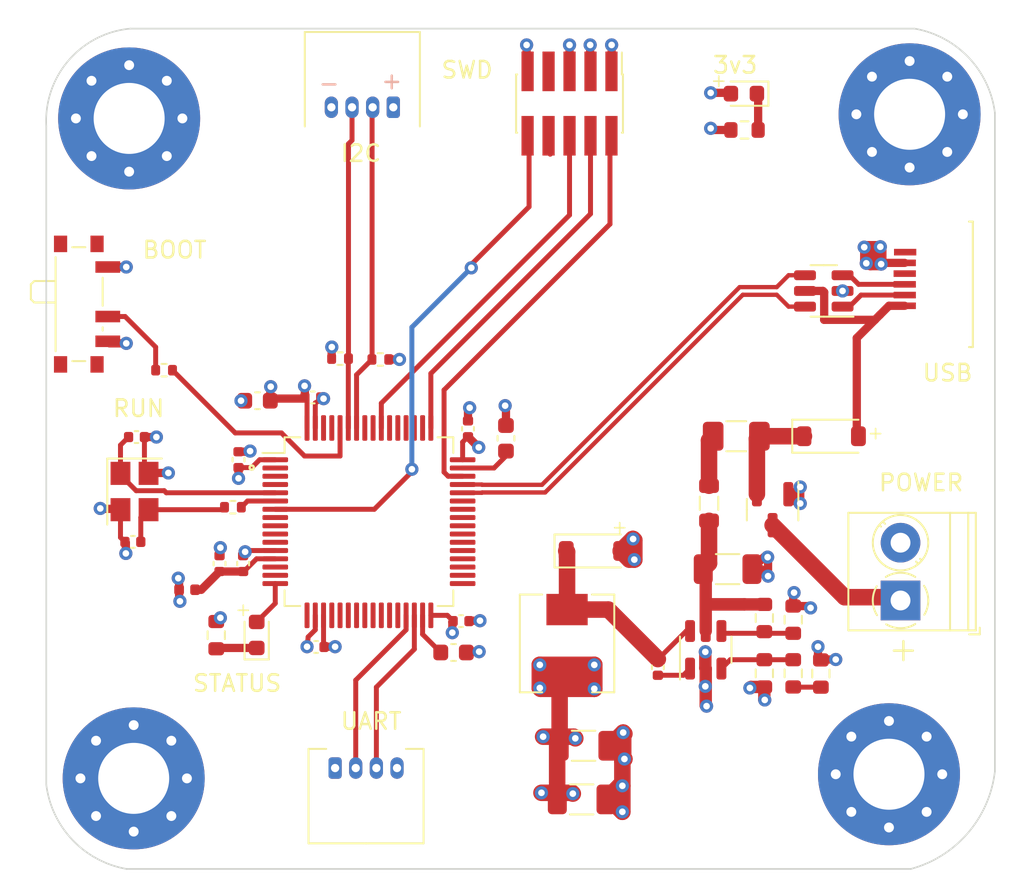
<source format=kicad_pcb>
(kicad_pcb (version 20221018) (generator pcbnew)
  (layers (0 "F.Cu" signal) (1 "In1.Cu" power) (2 "In2.Cu" power) (31 "B.Cu" signal) (34 "B.Paste" user) (35 "F.Paste" user) (36 "B.SilkS" user "B.Silkscreen") (37 "F.SilkS" user "F.Silkscreen") (38 "B.Mask" user) (39 "F.Mask" user) (44 "Edge.Cuts" user))
  (net 0 "")
  (net 1 "Net-(U1-VCAP_1)")
  (net 2 "HSE_IN")
  (net 3 "Net-(U1-VCAP_2)")
  (net 4 "+3.3V")
  (net 5 "+3.3VA")
  (net 6 "Net-(C13-Pad1)")
  (net 7 "BUCK_IN")
  (net 8 "BUCK_BST")
  (net 9 "BUCK_SW")
  (net 10 "Net-(D1-K)")
  (net 11 "LED_STATUS")
  (net 12 "Net-(D3-K)")
  (net 13 "+5V")
  (net 14 "Net-(D4-K)")
  (net 15 "+12V")
  (net 16 "SWDIO")
  (net 17 "SWCLK")
  (net 18 "SWO")
  (net 20 "unconnected-(J2-Pin_8-Pad8)")
  (net 21 "NRST")
  (net 22 "USART3_TX")
  (net 23 "USART3_RX")
  (net 24 "I2C1_SCL")
  (net 25 "I2C1_SDA")
  (net 26 "USB_CONN_D-")
  (net 27 "USB_CONN_D+")
  (net 30 "BOOTO")
  (net 31 "Net-(SW1-B)")
  (net 32 "HSE_OUT")
  (net 33 "BUCK_EN")
  (net 34 "BUCK_FB")
  (net 35 "Net-(R7-Pad2)")
  (net 39 "GND")
  (net 67 "USB_D-")
  (net 68 "USB_D+")
  (net 77 "Net-(F1-Pad2)")
  (footprint "Capacitor_SMD:C_0402_1005Metric" (layer "F.Cu") (at 57.35 125.17 90)
    (fp_text reference "C4")
    (fp_text value "100n")
  )
  (footprint "Resistor_SMD:R_0402_1005Metric" (layer "F.Cu") (at 52.84 119.75 180)
    (fp_text reference "R1")
    (fp_text value "10k")
  )
  (footprint "Capacitor_SMD:C_0603_1608Metric" (layer "F.Cu") (at 73.55 123.875 90)
    (fp_text reference "C2")
    (fp_text value "2u2")
  )
  (footprint "Resistor_SMD:R_0603_1608Metric" (layer "F.Cu") (at 89.2 138.1125 90)
    (fp_text reference "R6")
    (fp_text value "47K")
  )
  (footprint "Connector_Molex:Molex_PicoBlade_53048-0410_1x04_P1.25mm_Horizontal" (layer "F.Cu") (at 66.725 103.825 180)
    (fp_text reference "J4")
    (fp_text value "Conn_01x04")
  )
  (footprint "MountingHole:MountingHole_4.3mm_M4_Pad_Via" (layer "F.Cu") (at 98 104.25)
    (fp_text reference "H1")
    (fp_text value "MountingHole_Pad")
  )
  (footprint "Capacitor_SMD:C_0402_1005Metric" (layer "F.Cu") (at 56.2 131.465 90)
    (fp_text reference "C10")
    (fp_text value "1u")
  )
  (footprint "Inductor_SMD:L_Sunlord_MWSA0518S" (layer "F.Cu") (at 77.25 136.3 -90)
    (fp_text reference "L2")
    (fp_text value "10U")
  )
  (footprint "Capacitor_SMD:C_0603_1608Metric" (layer "F.Cu") (at 70.375 136.85)
    (fp_text reference "C1")
    (fp_text value "2u2")
  )
  (footprint "Inductor_SMD:L_0805_2012Metric" (layer "F.Cu") (at 85.85 127.8125 -90)
    (fp_text reference "FB1")
    (fp_text value "600 @600MHz")
  )
  (footprint "LED_SMD:LED_0603_1608Metric" (layer "F.Cu") (at 58.45 135.7875 90)
    (fp_text reference "D1")
    (fp_text value "BLUE")
  )
  (footprint "Package_TO_SOT_SMD:SOT-23-6" (layer "F.Cu") (at 92.8 114.95 180)
    (fp_text reference "U3")
    (fp_text value "USBLC6-2SC6")
  )
  (footprint "Resistor_SMD:R_0402_1005Metric" (layer "F.Cu") (at 63.5 119.05)
    (fp_text reference "R10")
    (fp_text value "2k2")
  )
  (footprint "MountingHole:MountingHole_4.3mm_M4_Pad_Via" (layer "F.Cu") (at 96.75 144.225)
    (fp_text reference "H3")
    (fp_text value "MountingHole_Pad")
  )
  (footprint "Capacitor_SMD:C_0402_1005Metric" (layer "F.Cu") (at 71.25 123.3 90)
    (fp_text reference "C7")
    (fp_text value "100n")
  )
  (footprint "Resistor_SMD:R_0603_1608Metric" (layer "F.Cu") (at 88 105.2)
    (fp_text reference "R11")
    (fp_text value "1k")
  )
  (footprint "LED_SMD:LED_0603_1608Metric" (layer "F.Cu") (at 87.9625 103 180)
    (fp_text reference "D4")
    (fp_text value "RED")
  )
  (footprint "TerminalBlock_Phoenix:TerminalBlock_Phoenix_PT-1,5-2-3.5-H_1x02_P3.50mm_Horizontal" (layer "F.Cu") (at 97.45 133.7 90)
    (fp_text reference "J1")
    (fp_text value "Screw_Terminal_01x02")
  )
  (footprint "Library:AMPHENOL_10118193-0001LF (1)" (layer "F.Cu") (at 100.3795 114.55 90)
    (fp_text reference "J5")
    (fp_text value "USB_B_Micro")
  )
  (footprint "Capacitor_SMD:C_0402_1005Metric" (layer "F.Cu") (at 62.05 136.515 180)
    (fp_text reference "C5")
    (fp_text value "100n")
  )
  (footprint "Connector_Molex:Molex_PicoBlade_53048-0410_1x04_P1.25mm_Horizontal" (layer "F.Cu") (at 63.2 143.85)
    (fp_text reference "J3")
    (fp_text value "Conn_01x04")
  )
  (footprint "MountingHole:MountingHole_4.3mm_M4_Pad_Via" (layer "F.Cu") (at 51 144.475)
    (fp_text reference "H2")
    (fp_text value "MountingHole_Pad")
  )
  (footprint "Capacitor_SMD:C_1206_3216Metric" (layer "F.Cu") (at 78.25 142.5)
    (fp_text reference "C16")
    (fp_text value "10u")
  )
  (footprint "Capacitor_SMD:C_1206_3216Metric" (layer "F.Cu") (at 78.135 145.75)
    (fp_text reference "C17")
    (fp_text value "10u")
  )
  (footprint "Diode_SMD:D_SOD-123" (layer "F.Cu") (at 93.25 123.75)
    (fp_text reference "D3")
    (fp_text value "	B5819W")
  )
  (footprint "Resistor_SMD:R_0603_1608Metric" (layer "F.Cu") (at 90.95 138.1125 -90)
    (fp_text reference "R7")
    (fp_text value "15K")
  )
  (footprint "Capacitor_SMD:C_0603_1608Metric" (layer "F.Cu") (at 58.5 121.6 180)
    (fp_text reference "C3")
    (fp_text value "4u7")
  )
  (footprint "Capacitor_SMD:C_0402_1005Metric" (layer "F.Cu") (at 70.83 134.95)
    (fp_text reference "C6")
    (fp_text value "100n")
  )
  (footprint "Diode_SMD:D_SOD-123" (layer "F.Cu") (at 78.85 130.7)
    (fp_text reference "D2")
    (fp_text value "	B5819W")
  )
  (footprint "Capacitor_SMD:C_1206_3216Metric" (layer "F.Cu") (at 86.975 131.8)
    (fp_text reference "C9")
    (fp_text value "10u")
  )
  (footprint "Resistor_SMD:R_0603_1608Metric" (layer "F.Cu") (at 89.2 134.7625 -90)
    (fp_text reference "R4")
    (fp_text value "100k")
  )
  (footprint "Resistor_SMD:R_0402_1005Metric" (layer "F.Cu") (at 57.01 128.05 180)
    (fp_text reference "R2")
    (fp_text value "47")
  )
  (footprint "Resistor_SMD:R_0603_1608Metric" (layer "F.Cu") (at 90.95 134.8625 90)
    (fp_text reference "R5")
    (fp_text value "68k")
  )
  (footprint "Package_QFP:LQFP-64_10x10mm_P0.5mm" (layer "F.Cu") (at 65.25 128.925)
    (fp_text reference "U1")
    (fp_text value "STM32F405RGT6")
  )
  (footprint "Capacitor_SMD:C_0402_1005Metric" (layer "F.Cu") (at 51.17 123.8)
    (fp_text reference "C12")
    (fp_text value "12P")
  )
  (footprint "Package_TO_SOT_SMD:SOT-23" (layer "F.Cu") (at 89.7 128.2 -90)
    (fp_text reference "Q1")
    (fp_text value "AO3401A")
  )
  (footprint "Capacitor_SMD:C_0402_1005Metric" (layer "F.Cu") (at 82.75 137.75 90)
    (fp_text reference "C15")
    (fp_text value "10n")
  )
  (footprint "Resistor_SMD:R_0603_1608Metric" (layer "F.Cu") (at 92.625 138.125 90)
    (fp_text reference "R8")
    (fp_text value "270K")
  )
  (footprint "Package_TO_SOT_SMD:SOT-23-6" (layer "F.Cu") (at 85.65 136.6875 90)
    (fp_text reference "U2")
    (fp_text value "~")
  )
  (footprint "Crystal:Crystal_SMD_3225-4Pin_3.2x2.5mm" (layer "F.Cu") (at 51.05 127.1 -90)
    (fp_text reference "Y1")
    (fp_text value "16MHZ")
  )
  (footprint "Capacitor_SMD:C_0402_1005Metric" (layer "F.Cu") (at 50.95 130.15 180)
    (fp_text reference "C13")
    (fp_text value "12P")
  )
  (footprint "Resistor_SMD:R_0603_1608Metric" (layer "F.Cu") (at 56 135.8 -90)
    (fp_text reference "R3")
    (fp_text value "1k5")
  )
  (footprint "Connector_PinHeader_1.27mm:PinHeader_2x05_P1.27mm_Vertical_SMD" (layer "F.Cu") (at 77.4 103.6 -90)
    (fp_text reference "J2")
    (fp_text value "SWD")
  )
  (footprint "MountingHole:MountingHole_4.3mm_M4_Pad_Via" (layer "F.Cu") (at 50.725 104.5)
    (fp_text reference "H4")
    (fp_text value "MountingHole_Pad")
  )
  (footprint "Button_Switch_SMD:SW_SPDT_PCM12" (layer "F.Cu") (at 48 115.75 -90)
    (fp_text reference "SW1")
    (fp_text value "SW_SPDT")
  )
  (footprint "Inductor_SMD:L_0402_1005Metric" (layer "F.Cu") (at 54.235 133.05)
    (fp_text reference "L1")
    (fp_text value "39n")
  )
  (footprint "Fuse:Fuse_1206_3216Metric" (layer "F.Cu") (at 87.5 123.75 180)
    (fp_text reference "F1")
    (fp_text value "250mA")
  )
  (footprint "Capacitor_SMD:C_0402_1005Metric" (layer "F.Cu") (at 61.85 121.4)
    (fp_text reference "C8")
    (fp_text value "100n")
  )
  (footprint "Resistor_SMD:R_0402_1005Metric" (layer "F.Cu") (at 65.94 119.1 180)
    (fp_text reference "R9")
    (fp_text value "2k2")
  )
  (footprint "Capacitor_SMD:C_0402_1005Metric" (layer "F.Cu") (at 57.63 131.465 90)
    (fp_text reference "C11")
    (fp_text value "10n")
  )
  (gr_circle (center 58.15 125.65) (end 58.1 125.65) (stroke (width 0.15)) (fill none) (layer "F.SilkS"))
  (gr_line (start 98.071466 149.962016) (end 50.573466 149.962016) (stroke (width 0.1)) (layer "Edge.Cuts"))
  (gr_line (start 45.705567 144.855504) (end 45.705567 104.977504) (stroke (width 0.1)) (layer "Edge.Cuts"))
  (gr_line (start 50.8 99.06) (end 98.298 99.06) (stroke (width 0.1)) (layer "Edge.Cuts"))
  (gr_arc (start 103.165899 144.044513) (mid 101.529084 147.787038) (end 98.071466 149.962016) (stroke (width 0.1)) (layer "Edge.Cuts"))
  (gr_arc (start 50.573466 149.962016) (mid 47.297466 148.211464) (end 45.705567 144.855504) (stroke (width 0.1)) (layer "Edge.Cuts"))
  (gr_arc (start 45.706637 104.977441) (mid 47.055342 100.987577) (end 50.8 99.06) (stroke (width 0.1)) (layer "Edge.Cuts"))
  (gr_arc (start 98.298 99.060001) (mid 101.574 100.810553) (end 103.165899 104.166513) (stroke (width 0.1)) (layer "Edge.Cuts"))
  (gr_line (start 103.165899 104.166513) (end 103.165899 144.044513) (stroke (width 0.1)) (layer "Edge.Cuts"))
  (gr_text "+\n" (at 67.35 102.8) (layer "B.SilkS") (effects (font (size 1 1)) (justify left bottom mirror)))
  (gr_text "-\n" (at 63.55 102.95) (layer "B.SilkS") (effects (font (size 1 1)) (justify left bottom mirror)))
  (gr_text "+" (at 96.5 124) (layer "F.SilkS") (effects (font (size 0.8 0.8) (thickness 0.1)) (justify left bottom mirror)))
  (gr_text "RUN\n" (at 49.65 122.65) (layer "F.SilkS") (effects (font (size 1 1)) (justify left bottom)))
  (gr_text "+" (at 81 129.7) (layer "F.SilkS") (effects (font (size 0.8 0.8) (thickness 0.1)) (justify left bottom mirror)))
  (gr_text "UART\n" (at 63.45 141.6) (layer "F.SilkS") (effects (font (size 1 1)) (justify left bottom)))
  (gr_text "+" (at 58.2 134.7) (layer "F.SilkS") (effects (font (size 0.8 0.8) (thickness 0.1)) (justify left bottom mirror)))
  (gr_text "BOOT\n" (at 51.45 113.05) (layer "F.SilkS") (effects (font (size 1 1)) (justify left bottom)))
  (gr_text "+" (at 87 102.65) (layer "F.SilkS") (effects (font (size 0.8 0.8) (thickness 0.1)) (justify left bottom mirror)))
  (gr_text "STATUS\n" (at 54.5 139.3) (layer "F.SilkS") (effects (font (size 1 1)) (justify left bottom)))
  (gr_text "3v3\n" (at 86 101.85) (layer "F.SilkS") (effects (font (size 1 1)) (justify left bottom)))
  (gr_text "I2C\n" (at 63.45 107.2) (layer "F.SilkS") (effects (font (size 1 1)) (justify left bottom)))
  (gr_text "+" (at 98.65 137.5) (layer "F.SilkS") (effects (font (size 1.5 1.5)) (justify left bottom mirror)))
  (gr_text "POWER\n" (at 96.05 127.15) (layer "F.SilkS") (effects (font (size 1 1)) (justify left bottom)))
  (gr_text "USB\n" (at 98.7 120.5) (layer "F.SilkS") (effects (font (size 1 1)) (justify left bottom)))
  (gr_text "SWD\n" (at 69.55 102.15) (layer "F.SilkS") (effects (font (size 1 1)) (justify left bottom)))
  (segment (start 68.5 134.6) (end 68.5 135.75) (width 0.3) (layer "F.Cu") (net 1))
  (segment (start 68.5 135.75) (end 69.6 136.85) (width 0.3) (layer "F.Cu") (net 1))
  (segment (start 50.2 126) (end 50.2 124.29) (width 0.3) (layer "F.Cu") (net 2))
  (segment (start 59.575 127.175) (end 52.975 127.175) (width 0.3) (layer "F.Cu") (net 2))
  (segment (start 52.85 127.05) (end 51.15 127.05) (width 0.3) (layer "F.Cu") (net 2))
  (segment (start 50.2 124.29) (end 50.69 123.8) (width 0.3) (layer "F.Cu") (net 2))
  (segment (start 52.975 127.175) (end 52.85 127.05) (width 0.3) (layer "F.Cu") (net 2))
  (segment (start 51.15 127.05) (end 50.2 126.1) (width 0.3) (layer "F.Cu") (net 2))
  (segment (start 50.2 126.1) (end 50.2 126) (width 0.3) (layer "F.Cu") (net 2))
  (segment (start 72.825 125.675) (end 73.55 124.95) (width 0.3) (layer "F.Cu") (net 3))
  (segment (start 72.825 125.675) (end 70.925 125.675) (width 0.3) (layer "F.Cu") (net 3))
  (segment (start 73.55 124.95) (end 73.55 124.65) (width 0.3) (layer "F.Cu") (net 3))
  (segment (start 89.2 139.7) (end 89.225 139.725) (width 0.75) (layer "F.Cu") (net 4))
  (segment (start 70 134.6) (end 69 134.6) (width 0.3) (layer "F.Cu") (net 4))
  (segment (start 76.25 138.35) (end 75.6 139) (width 1) (layer "F.Cu") (net 4))
  (segment (start 77.25 138.2) (end 77.25 138.35) (width 1) (layer "F.Cu") (net 4))
  (segment (start 57.35 125.65) (end 58.152965 125.65) (width 0.3) (layer "F.Cu") (net 4))
  (segment (start 70.3 135) (end 70.35 134.95) (width 0.5) (layer "F.Cu") (net 4))
  (segment (start 77.25 138.35) (end 76.25 138.35) (width 1) (layer "F.Cu") (net 4))
  (segment (start 77.25 138.35) (end 78.2 138.35) (width 1) (layer "F.Cu") (net 4))
  (segment (start 75.6 137.6) (end 75.6 139) (width 1) (layer "F.Cu") (net 4))
  (segment (start 76.35 138.35) (end 75.6 137.6) (width 1) (layer "F.Cu") (net 4))
  (segment (start 62.5 134.6) (end 62.5 136.485) (width 0.3) (layer "F.Cu") (net 4))
  (segment (start 78.2 138.35) (end 78.9 139.05) (width 1) (layer "F.Cu") (net 4))
  (segment (start 61.5 123.25) (end 61.5 121.53) (width 0.3) (layer "F.Cu") (net 4))
  (segment (start 62.99 119.05) (end 62.99 118.36) (width 0.5) (layer "F.Cu") (net 4))
  (segment (start 76.65 145.74) (end 76.65 142.35) (width 1) (layer "F.Cu") (net 4))
  (segment (start 87.125 102.95) (end 87.175 103) (width 0.5) (layer "F.Cu") (net 4))
  (segment (start 85.95 102.95) (end 87.125 102.95) (width 0.5) (layer "F.Cu") (net 4))
  (segment (start 70.925 124.105) (end 71.25 123.78) (width 0.3) (layer "F.Cu") (net 4))
  (segment (start 77.25 138.35) (end 76.8 138.8) (width 1) (layer "F.Cu") (net 4))
  (segment (start 49.43 113.5) (end 50.55 113.5) (width 0.5) (layer "F.Cu") (net 4))
  (segment (start 53.75 133.7) (end 53.8 133.75) (width 0.5) (layer "F.Cu") (net 4))
  (segment (start 77.25 138.35) (end 76.35 138.35) (width 1) (layer "F.Cu") (net 4))
  (segment (start 66.45 119.1) (end 67.1 119.1) (width 0.5) (layer "F.Cu") (net 4))
  (segment (start 76.65 142.35) (end 76.66 142.34) (width 1) (layer "F.Cu") (net 4))
  (segment (start 53.75 133.05) (end 53.75 132.4) (width 0.5) (layer "F.Cu") (net 4))
  (segment (start 70.925 125.175) (end 70.925 124.105) (width 0.3) (layer "F.Cu") (net 4))
  (segment (start 77.65 141.95) (end 75.8 141.95) (width 1) (layer "F.Cu") (net 4))
  (segment (start 89.2 138.9375) (end 88.3875 138.9375) (width 0.75) (layer "F.Cu") (net 4))
  (segment (start 78.9 137.6) (end 78.9 139.05) (width 1) (layer "F.Cu") (net 4))
  (segment (start 62.99 118.36) (end 63 118.35) (width 0.5) (layer "F.Cu") (net 4))
  (segment (start 75.65 139.05) (end 75.6 139) (width 1) (layer "F.Cu") (net 4))
  (segment (start 88.3875 138.9375) (end 88.325 139) (width 0.75) (layer "F.Cu") (net 4))
  (segment (start 71.9 124.425) (end 71.895 124.425) (width 0.5) (layer "F.Cu") (net 4))
  (segment (start 79.95 101.64) (end 79.94 101.65) (width 0.5) (layer "F.Cu") (net 4))
  (segment (start 78.15 138.35) (end 78.9 137.6) (width 1) (layer "F.Cu") (net 4))
  (segment (start 77.75 142.05) (end 77.65 141.95) (width 1) (layer "F.Cu") (net 4))
  (segment (start 59.55 121.47) (end 61.3 121.47) (width 0.5) (layer "F.Cu") (net 4))
  (segment (start 71.895 124.425) (end 71.25 123.78) (width 0.5) (layer "F.Cu") (net 4))
  (segment (start 77.25 138.35) (end 78.15 138.35) (width 1) (layer "F.Cu") (net 4))
  (segment (start 59.275 121.6) (end 59.275 120.775) (width 0.5) (layer "F.Cu") (net 4))
  (segment (start 77.25 138.35) (end 76.95 137.9) (width 1) (layer "F.Cu") (net 4))
  (segment (start 62.545 136.5) (end 62.53 136.515) (width 0.5) (layer "F.Cu") (net 4))
  (segment (start 78.9 139.05) (end 75.65 139.05) (width 1) (layer "F.Cu") (net 4))
  (segment (start 76.95 137.9) (end 77.25 138.2) (width 1) (layer "F.Cu") (net 4))
  (segment (start 63.2 136.5) (end 62.545 136.5) (width 0.5) (layer "F.Cu") (net 4))
  (segment (start 70.35 134.95) (end 70 134.6) (width 0.3) (layer "F.Cu") (net 4))
  (segment (start 79.95 100.05) (end 79.95 101.64) (width 0.5) (layer "F.Cu") (net 4))
  (segment (start 77.55 145.35) (end 77.6 145.4) (width 1) (layer "F.Cu") (net 4))
  (segment (start 58.152965 125.65) (end 58.627965 125.175) (width 0.3) (layer "F.Cu") (net 4))
  (segment (start 61.5 121.53) (end 61.37 121.4) (width 0.3) (layer "F.Cu") (net 4))
  (segment (start 59.275 120.775) (end 59.3 120.75) (width 0.5) (layer "F.Cu") (net 4))
  (segment (start 53.75 132.4) (end 53.7 132.35) (width 0.5) (layer "F.Cu") (net 4))
  (segment (start 57.35 126.3) (end 57.35 125.65) (width 0.5) (layer "F.Cu") (net 4))
  (segment (start 89.2 138.9375) (end 89.2 139.7) (width 0.75) (layer "F.Cu") (net 4))
  (segment (start 58.627965 125.175) (end 59.575 125.175) (width 0.3) (layer "F.Cu") (net 4))
  (segment (start 53.75 133.05) (end 53.75 133.7) (width 0.5) (layer "F.Cu") (net 4))
  (segment (start 76.8 138.8) (end 76.8 142.475) (width 1) (layer "F.Cu") (net 4))
  (segment (start 61.37 121.4) (end 61.37 120.72) (width 0.5) (layer "F.Cu") (net 4))
  (segment (start 76.66 145.75) (end 76.65 145.74) (width 1) (layer "F.Cu") (net 4))
  (segment (start 57.35 125.65) (end 57.392965 125.65) (width 0.3) (layer "F.Cu") (net 4))
  (segment (start 75.6 137.6) (end 78.9 137.6) (width 1) (layer "F.Cu") (net 4))
  (segment (start 61.37 120.72) (end 61.35 120.7) (width 0.5) (layer "F.Cu") (net 4))
  (segment (start 76.8 142.475) (end 76.775 142.5) (width 1) (layer "F.Cu") (net 4))
  (segment (start 75.7 145.35) (end 77.55 145.35) (width 1) (layer "F.Cu") (net 4))
  (segment (start 70.3 135.65) (end 70.3 135) (width 0.5) (layer "F.Cu") (net 4))
  (via (at 53.8 133.75) (size 0.8) (drill 0.4) (layers "F.Cu" "B.Cu") (net 4))
  (via (at 59.3 120.75) (size 0.8) (drill 0.4) (layers "F.Cu" "B.Cu") (net 4))
  (via (at 78.9 137.6) (size 0.8) (drill 0.4) (layers "F.Cu" "B.Cu") (net 4))
  (via (at 61.35 120.7) (size 0.8) (drill 0.4) (layers "F.Cu" "B.Cu") (net 4))
  (via (at 63 118.35) (size 0.8) (drill 0.4) (layers "F.Cu" "B.Cu") (net 4))
  (via (at 71.9 124.425) (size 0.8) (drill 0.4) (layers "F.Cu" "B.Cu") (net 4))
  (via (at 57.35 126.3) (size 0.8) (drill 0.4) (layers "F.Cu" "B.Cu") (net 4))
  (via (at 50.55 113.5) (size 0.8) (drill 0.4) (layers "F.Cu" "B.Cu") (net 4))
  (via (at 77.6 145.4) (size 0.8) (drill 0.4) (layers "F.Cu" "B.Cu") (net 4))
  (via (at 75.7 145.35) (size 0.8) (drill 0.4) (layers "F.Cu" "B.Cu") (net 4))
  (via (at 88.325 139) (size 0.8) (drill 0.4) (layers "F.Cu" "B.Cu") (net 4))
  (via (at 53.7 132.35) (size 0.8) (drill 0.4) (layers "F.Cu" "B.Cu") (net 4))
  (via (at 75.6 137.6) (size 0.8) (drill 0.4) (layers "F.Cu" "B.Cu") (net 4))
  (via (at 79.95 100.05) (size 0.8) (drill 0.4) (layers "F.Cu" "B.Cu") (net 4))
  (via (at 85.95 102.95) (size 0.8) (drill 0.4) (layers "F.Cu" "B.Cu") (net 4))
  (via (at 77.75 142.05) (size 0.8) (drill 0.4) (layers "F.Cu" "B.Cu") (net 4))
  (via (at 89.225 139.725) (size 0.8) (drill 0.4) (layers "F.Cu" "B.Cu") (net 4))
  (via (at 63.2 136.5) (size 0.8) (drill 0.4) (layers "F.Cu" "B.Cu") (net 4))
  (via (at 75.8 141.95) (size 0.8) (drill 0.4) (layers "F.Cu" "B.Cu") (net 4))
  (via (at 78.9 139.05) (size 0.8) (drill 0.4) (layers "F.Cu" "B.Cu") (net 4))
  (via (at 70.3 135.65) (size 0.8) (drill 0.4) (layers "F.Cu" "B.Cu") (net 4))
  (via (at 75.6 139) (size 0.8) (drill 0.4) (layers "F.Cu" "B.Cu") (net 4))
  (via (at 67.1 119.1) (size 0.8) (drill 0.4) (layers "F.Cu" "B.Cu") (net 4))
  (segment (start 58.442965 131.175) (end 57.672965 131.945) (width 0.3) (layer "F.Cu") (net 5))
  (segment (start 54.72 133.05) (end 55.095 133.05) (width 0.5) (layer "F.Cu") (net 5))
  (segment (start 59.575 131.175) (end 58.442965 131.175) (width 0.3) (layer "F.Cu") (net 5))
  (segment (start 57.672965 131.945) (end 57.63 131.945) (width 0.3) (layer "F.Cu") (net 5))
  (segment (start 55.095 133.05) (end 56.2 131.945) (width 0.5) (layer "F.Cu") (net 5))
  (segment (start 56.2 131.945) (end 57.63 131.945) (width 0.5) (layer "F.Cu") (net 5))
  (segment (start 51.43 128.67) (end 51.9 128.2) (width 0.3) (layer "F.Cu") (net 6))
  (segment (start 56.5 128.05) (end 56.35 128.2) (width 0.3) (layer "F.Cu") (net 6))
  (segment (start 56.35 128.2) (end 51.9 128.2) (width 0.3) (layer "F.Cu") (net 6))
  (segment (start 51.43 130.15) (end 51.43 128.67) (width 0.3) (layer "F.Cu") (net 6))
  (segment (start 88 133.9375) (end 85.7125 133.9375) (width 0.75) (layer "F.Cu") (net 7))
  (segment (start 88 133.9375) (end 85.9375 133.9375) (width 0.75) (layer "F.Cu") (net 7))
  (segment (start 85.65 131.95) (end 85.65 135.55) (width 0.75) (layer "F.Cu") (net 7))
  (segment (start 85.85 128.875) (end 85.85 131.45) (width 1) (layer "F.Cu") (net 7))
  (segment (start 89.2 133.9375) (end 88 133.9375) (width 0.75) (layer "F.Cu") (net 7))
  (segment (start 85.85 131.45) (end 85.5 131.8) (width 1) (layer "F.Cu") (net 7))
  (segment (start 84.295 138.23) (end 82.75 138.23) (width 0.3) (layer "F.Cu") (net 8))
  (segment (start 84.7 137.825) (end 84.295 138.23) (width 0.3) (layer "F.Cu") (net 8))
  (segment (start 84.7 135.55) (end 84.47 135.55) (width 0.3) (layer "F.Cu") (net 9))
  (segment (start 77.25 134.25) (end 77.25 130.75) (width 1) (layer "F.Cu") (net 9))
  (segment (start 77.25 130.75) (end 77.2 130.7) (width 1) (layer "F.Cu") (net 9))
  (segment (start 77.25 134.25) (end 79.75 134.25) (width 1) (layer "F.Cu") (net 9))
  (segment (start 84.47 135.55) (end 82.75 137.27) (width 0.3) (layer "F.Cu") (net 9))
  (segment (start 79.75 134.25) (end 82.75 137.25) (width 1) (layer "F.Cu") (net 9))
  (segment (start 56.05 136.575) (end 56 136.625) (width 0.5) (layer "F.Cu") (net 10))
  (segment (start 58.45 136.575) (end 56.05 136.575) (width 0.5) (layer "F.Cu") (net 10))
  (segment (start 59.575 133.875) (end 58.45 135) (width 0.3) (layer "F.Cu") (net 11))
  (segment (start 59.575 132.675) (end 59.575 133.875) (width 0.3) (layer "F.Cu") (net 11))
  (segment (start 88.9 123.75) (end 91.6 123.75) (width 1) (layer "F.Cu") (net 12))
  (segment (start 88.75 123.9) (end 88.9 123.75) (width 1) (layer "F.Cu") (net 12))
  (segment (start 88.75 127.2625) (end 88.75 123.9) (width 1) (layer "F.Cu") (net 12))
  (segment (start 96.75 115.85) (end 96.2 116.4) (width 0.5) (layer "F.Cu") (net 13))
  (segment (start 95.9 116.7) (end 94.8 117.8) (width 0.5) (layer "F.Cu") (net 13))
  (segment (start 94.8 117.8) (end 94.8 123.65) (width 0.5) (layer "F.Cu") (net 13))
  (segment (start 94.8 123.65) (end 94.9 123.75) (width 0.5) (layer "F.Cu") (net 13))
  (segment (start 92.75 114.95) (end 91.6625 114.95) (width 0.5) (layer "F.Cu") (net 13))
  (segment (start 95.9 116.7) (end 92.825 116.7) (width 0.5) (layer "F.Cu") (net 13))
  (segment (start 97.7045 115.85) (end 96.75 115.85) (width 0.5) (layer "F.Cu") (net 13))
  (segment (start 92.825 116.7) (end 92.825 115.025) (width 0.5) (layer "F.Cu") (net 13))
  (segment (start 96.2 116.4) (end 95.9 116.7) (width 0.5) (layer "F.Cu") (net 13))
  (segment (start 92.825 115.025) (end 92.75 114.95) (width 0.5) (layer "F.Cu") (net 13))
  (segment (start 88.825 105.2) (end 88.825 103.075) (width 0.5) (layer "F.Cu") (net 14))
  (segment (start 88.825 103.075) (end 88.75 103) (width 0.5) (layer "F.Cu") (net 14))
  (segment (start 97.5 133.5) (end 94.0625 133.5) (width 1) (layer "F.Cu") (net 15))
  (segment (start 94.0625 133.5) (end 89.7 129.1375) (width 1) (layer "F.Cu") (net 15))
  (segment (start 79.85 110.9) (end 79.85 105.64) (width 0.3) (layer "F.Cu") (net 16))
  (segment (start 69.8 125.926041) (end 69.8 120.95) (width 0.3) (layer "F.Cu") (net 16))
  (segment (start 69.8 120.95) (end 79.85 110.9) (width 0.3) (layer "F.Cu") (net 16))
  (segment (start 70.048959 126.175) (end 69.8 125.926041) (width 0.3) (layer "F.Cu") (net 16))
  (segment (start 79.85 105.64) (end 79.94 105.55) (width 0.3) (layer "F.Cu") (net 16))
  (segment (start 70.925 126.175) (end 70.048959 126.175) (width 0.3) (layer "F.Cu") (net 16))
  (segment (start 69 119.95) (end 78.67 110.28) (width 0.3) (layer "F.Cu") (net 17))
  (segment (start 69 123.25) (end 69 119.95) (width 0.3) (layer "F.Cu") (net 17))
  (segment (start 78.67 110.28) (end 78.67 105.55) (width 0.3) (layer "F.Cu") (net 17))
  (segment (start 66 121.75) (end 77.4 110.35) (width 0.3) (layer "F.Cu") (net 18))
  (segment (start 77.4 106.55) (end 77.4 105.55) (width 0.3) (layer "F.Cu") (net 18))
  (segment (start 77.4 110.35) (end 77.4 105.55) (width 0.3) (layer "F.Cu") (net 18))
  (segment (start 66 123.25) (end 66 121.75) (width 0.3) (layer "F.Cu") (net 18))
  (segment (start 76.23 106.67) (end 76.23 105.05) (width 0.3) (layer "F.Cu") (net 20))
  (segment (start 74.95 106.75) (end 74.95 109.85) (width 0.3) (layer "F.Cu") (net 21))
  (segment (start 67.85 125.9) (end 67.85 125.75) (width 0.3) (layer "F.Cu") (net 21))
  (segment (start 74.95 109.85) (end 71.45 113.35) (width 0.3) (layer "F.Cu") (net 21))
  (segment (start 68 125.75) (end 65.575 128.175) (width 0.3) (layer "F.Cu") (net 21))
  (segment (start 67.85 125.75) (end 68 125.75) (width 0.3) (layer "F.Cu") (net 21))
  (segment (start 67.9 125.85) (end 67.85 125.9) (width 0.3) (layer "F.Cu") (net 21))
  (segment (start 71.45 113.35) (end 71.45 113.55) (width 0.3) (layer "F.Cu") (net 21))
  (segment (start 74.720023 105.289977) (end 74.96 105.05) (width 0.3) (layer "F.Cu") (net 21))
  (segment (start 65.575 128.175) (end 59.575 128.175) (width 0.3) (layer "F.Cu") (net 21))
  (via (at 67.85 125.75) (size 0.8) (drill 0.4) (layers "F.Cu" "B.Cu") (net 21))
  (via (at 71.45 113.55) (size 0.8) (drill 0.4) (layers "F.Cu" "B.Cu") (net 21))
  (segment (start 67.85 117.15) (end 71.45 113.55) (width 0.3) (layer "B.Cu") (net 21))
  (segment (start 67.85 125.75) (end 67.85 117.15) (width 0.3) (layer "B.Cu") (net 21))
  (segment (start 67.5 135.476041) (end 64.45 138.526041) (width 0.3) (layer "F.Cu") (net 22))
  (segment (start 67.5 134.6) (end 67.5 135.476041) (width 0.3) (layer "F.Cu") (net 22))
  (segment (start 64.45 143.4) (end 64.5 143.4) (width 0.3) (layer "F.Cu") (net 22))
  (segment (start 64.45 138.526041) (end 64.45 143.4) (width 0.3) (layer "F.Cu") (net 22))
  (segment (start 68 134.6) (end 68 136.65) (width 0.3) (layer "F.Cu") (net 23))
  (segment (start 68 136.65) (end 65.7 138.95) (width 0.3) (layer "F.Cu") (net 23))
  (segment (start 65.7 138.95) (end 65.7 143.4) (width 0.3) (layer "F.Cu") (net 23))
  (segment (start 65.475 103.825) (end 65.44 103.86) (width 0.3) (layer "F.Cu") (net 24))
  (segment (start 64.5 123.25) (end 64.5 120.03) (width 0.3) (layer "F.Cu") (net 24))
  (segment (start 64.5 120.03) (end 65.43 119.1) (width 0.3) (layer "F.Cu") (net 24))
  (segment (start 65.44 119.09) (end 65.43 119.1) (width 0.3) (layer "F.Cu") (net 24))
  (segment (start 65.44 103.86) (end 65.44 119.09) (width 0.3) (layer "F.Cu") (net 24))
  (segment (start 64.225 105.825) (end 64.01 106.04) (width 0.3) (layer "F.Cu") (net 25))
  (segment (start 64.01 106.04) (end 64.01 119.05) (width 0.3) (layer "F.Cu") (net 25))
  (segment (start 64.225 103.825) (end 64.225 105.825) (width 0.3) (layer "F.Cu") (net 25))
  (segment (start 64 123.25) (end 64 119.06) (width 0.3) (layer "F.Cu") (net 25))
  (segment (start 64 119.06) (end 64.01 119.05) (width 0.3) (layer "F.Cu") (net 25))
  (segment (start 97.7045 115.2) (end 95.057107 115.2) (width 0.3) (layer "F.Cu") (net 26))
  (segment (start 95.057107 115.2) (end 94.357107 115.9) (width 0.3) (layer "F.Cu") (net 26))
  (segment (start 97.657156 115.182156) (end 97.675 115.2) (width 0.261112) (layer "F.Cu") (net 26))
  (segment (start 94.357107 115.9) (end 93.9375 115.9) (width 0.3) (layer "F.Cu") (net 26))
  (segment (start 94.907107 114.55) (end 94.357107 114) (width 0.3) (layer "F.Cu") (net 27))
  (segment (start 94.357107 114) (end 93.9375 114) (width 0.3) (layer "F.Cu") (net 27))
  (segment (start 97.7045 114.55) (end 94.907107 114.55) (width 0.3) (layer "F.Cu") (net 27))
  (segment (start 61.35 124.95) (end 59.95 123.55) (width 0.3) (layer "F.Cu") (net 30))
  (segment (start 57.15 123.55) (end 53.35 119.75) (width 0.3) (layer "F.Cu") (net 30))
  (segment (start 63.5 124.95) (end 61.35 124.95) (width 0.3) (layer "F.Cu") (net 30))
  (segment (start 59.95 123.55) (end 57.15 123.55) (width 0.3) (layer "F.Cu") (net 30))
  (segment (start 63.5 123.25) (end 63.5 124.95) (width 0.3) (layer "F.Cu") (net 30))
  (segment (start 49.43 116.5) (end 50.48 116.5) (width 0.3) (layer "F.Cu") (net 31))
  (segment (start 52.33 118.35) (end 52.33 119.75) (width 0.3) (layer "F.Cu") (net 31))
  (segment (start 50.48 116.5) (end 52.33 118.35) (width 0.3) (layer "F.Cu") (net 31))
  (segment (start 57.895 127.675) (end 57.52 128.05) (width 0.3) (layer "F.Cu") (net 32))
  (segment (start 59.575 127.675) (end 57.895 127.675) (width 0.3) (layer "F.Cu") (net 32))
  (segment (start 86.7375 135.6875) (end 86.6 135.55) (width 0.3) (layer "F.Cu") (net 33))
  (segment (start 90.95 135.6875) (end 86.7375 135.6875) (width 0.3) (layer "F.Cu") (net 33))
  (segment (start 90.95 137.2875) (end 89.2 137.2875) (width 0.3) (layer "F.Cu") (net 34))
  (segment (start 89.2 137.2875) (end 87.1375 137.2875) (width 0.3) (layer "F.Cu") (net 34))
  (segment (start 87.1375 137.2875) (end 86.6 137.825) (width 0.3) (layer "F.Cu") (net 34))
  (segment (start 90.9625 138.95) (end 90.95 138.9375) (width 0.3) (layer "F.Cu") (net 35))
  (segment (start 92.625 138.95) (end 90.9625 138.95) (width 0.3) (layer "F.Cu") (net 35))
  (segment (start 80.435 144.925) (end 79.61 145.75) (width 1) (layer "F.Cu") (net 39))
  (segment (start 95.375 113.275) (end 95.375 113.125) (width 0.75) (layer "F.Cu") (net 39))
  (segment (start 57.865 130.75) (end 57.75 130.75) (width 0.3) (layer "F.Cu") (net 39))
  (segment (start 74.8 101.59) (end 74.86 101.65) (width 0.5) (layer "F.Cu") (net 39))
  (segment (start 95.375 113.275) (end 95.475 113.175) (width 0.75) (layer "F.Cu") (net 39))
  (segment (start 95.375 113.275) (end 95.375 112.425) (width 0.75) (layer "F.Cu") (net 39))
  (segment (start 89.4 131.075) (end 89.175 131.075) (width 0.5) (layer "F.Cu") (net 39))
  (segment (start 91.8875 134.0375) (end 92 134.15) (width 0.5) (layer "F.Cu") (net 39))
  (segment (start 78.65 101.63) (end 78.67 101.65) (width 0.5) (layer "F.Cu") (net 39))
  (segment (start 89.425 131.1) (end 89.4 131.075) (width 0.5) (layer "F.Cu") (net 39))
  (segment (start 96.35 113.25) (end 96.275 113.325) (width 0.5) (layer "F.Cu") (net 39))
  (segment (start 59.575 130.675) (end 57.94 130.675) (width 0.3) (layer "F.Cu") (net 39))
  (segment (start 96.225 113.275) (end 96.275 113.325) (width 0.75) (layer "F.Cu") (net 39))
  (segment (start 95.625 113.325) (end 96.275 113.325) (width 0.75) (layer "F.Cu") (net 39))
  (segment (start 79.925 142.5) (end 80.725 143.3) (width 1) (layer "F.Cu") (net 39))
  (segment (start 53.1 125.975) (end 52.125 125.975) (width 0.5) (layer "F.Cu") (net 39))
  (segment (start 51.95 126.05) (end 51.9 126) (width 0.5) (layer "F.Cu") (net 39))
  (segment (start 96.225 112.275) (end 96.225 113.275) (width 0.75) (layer "F.Cu") (net 39))
  (segment (start 50.525 130.85) (end 50.525 130.205) (width 0.5) (layer "F.Cu") (net 39))
  (segment (start 80.6 143.425) (end 80.725 143.3) (width 1) (layer "F.Cu") (net 39))
  (segment (start 71.2 136.8) (end 71.15 136.85) (width 0.5) (layer "F.Cu") (net 39))
  (segment (start 71.925 136.8) (end 71.2 136.8) (width 0.5) (layer "F.Cu") (net 39))
  (segment (start 73.55 123.1) (end 73.55 121.95) (width 0.5) (layer "F.Cu") (net 39))
  (segment (start 57.75 130.865) (end 57.63 130.985) (width 0.5) (layer "F.Cu") (net 39))
  (segment (start 95.475 113.175) (end 95.625 113.325) (width 0.75) (layer "F.Cu") (net 39))
  (segment (start 85.65 137.825) (end 85.65 140.05) (width 0.75) (layer "F.Cu") (net 39))
  (segment (start 80.6 143.4) (end 80.65 143.35) (width 1) (layer "F.Cu") (net 39))
  (segment (start 51.65 125.75) (end 51.9 126) (width 0.3) (layer "F.Cu") (net 39))
  (segment (start 91.375 127.825) (end 91.375 126.825) (width 0.5) (layer "F.Cu") (net 39))
  (segment (start 92.65 137.275) (end 92.625 137.3) (width 0.5) (layer "F.Cu") (net 39))
  (segment (start 57.35 124.69) (end 58.01 124.69) (width 0.5) (layer "F.Cu") (net 39))
  (segment (start 93.525 137.275) (end 92.65 137.275) (width 0.5) (layer "F.Cu") (net 39))
  (segment (start 50.2 128.2) (end 50.2 129.88) (width 0.3) (layer "F.Cu") (net 39))
  (segment (start 90.95 134.0375) (end 91.8875 134.0375) (width 0.5) (layer "F.Cu") (net 39))
  (segment (start 49.2 128.15) (end 50.15 128.15) (width 0.5) (layer "F.Cu") (net 39))
  (segment (start 61.5 136.5) (end 61.57 135.906041) (width 0.3) (layer "F.Cu") (net 39))
  (segment (start 90.65 127.2625) (end 90.9375 127.2625) (width 0.5) (layer "F.Cu") (net 39))
  (segment (start 85.625 137.8) (end 85.625 136.7875) (width 0.75) (layer "F.Cu") (net 39))
  (segment (start 51.65 123.8) (end 52.375 123.8) (width 0.5) (layer "F.Cu") (net 39))
  (segment (start 89.425 132.225) (end 89.425 131.1) (width 0.5) (layer "F.Cu") (net 39))
  (segment (start 50.525 130.205) (end 50.47 130.15) (width 0.5) (layer "F.Cu") (net 39))
  (segment (start 97.7045 113.25) (end 96.35 113.25) (width 0.5) (layer "F.Cu") (net 39))
  (segment (start 96.2 112.3) (end 96.225 112.275) (width 0.75) (layer "F.Cu") (net 39))
  (segment (start 81.325 131.225) (end 81.025 131.225) (width 1) (layer "F.Cu") (net 39))
  (segment (start 62 121.73) (end 62.5 121.475) (width 0.3) (layer "F.Cu") (net 39))
  (segment (start 57.94 130.675) (end 57.865 130.75) (width 0.3) (layer "F.Cu") (net 39))
  (segment (start 71.975 134.925) (end 71.335 134.925) (width 0.5) (layer "F.Cu") (net 39))
  (segment (start 81.325 131.225) (end 81.325 130.05) (width 1) (layer "F.Cu") (net 39))
  (segment (start 81.25 129.975) (end 81.225 129.975) (width 1) (layer "F.Cu") (net 39))
  (segment (start 80.6 144.925) (end 80.6 143.425) (width 1) (layer "F.Cu") (net 39))
  (segment (start 71.335 134.925) (end 71.31 134.95) (width 0.5) (layer "F.Cu") (net 39))
  (segment (start 80.65 141.7) (end 80.725 141.775) (width 1) (layer "F.Cu") (net 39))
  (segment (start 85.95 105.1) (end 86.05 105.2) (width 0.5) (layer "F.Cu") (net 39))
  (segment (start 74.8 100.05) (end 74.8 101.59) (width 0.5) (layer "F.Cu") (net 39))
  (segment (start 92.45 137.125) (end 92.625 137.3) (width 0.5) (layer "F.Cu") (net 39))
  (segment (start 73.55 121.95) (end 73.5 121.9) (width 0.5) (layer "F.Cu") (net 39))
  (segment (start 91.2125 127.825) (end 90.65 127.2625) (width 0.5) (layer "F.Cu") (net 39))
  (segment (start 79.61 145.75) (end 79.85 145.75) (width 1) (layer "F.Cu") (net 39))
  (segment (start 79.85 142.5) (end 80.65 141.7) (width 1) (layer "F.Cu") (net 39))
  (segment (start 79.85 145.75) (end 80.6 146.5) (width 1) (layer "F.Cu") (net 39))
  (segment (start 50.55 118.125) (end 49.555 118.125) (width 0.5) (layer "F.Cu") (net 39))
  (segment (start 85.65 137.825) (end 85.625 137.8) (width 0.75) (layer "F.Cu") (net 39))
  (segment (start 49.555 118.125) (end 49.43 118) (width 0.5) (layer "F.Cu") (net 39))
  (segment (start 50.15 128.15) (end 50.2 128.2) (width 0.5) (layer "F.Cu") (net 39))
  (segment (start 90.95 134.0375) (end 90.95 133.275) (width 0.5) (layer "F.Cu") (net 39))
  (segment (start 90.95 133.275) (end 91 133.225) (width 0.5) (layer "F.Cu") (net 39))
  (segment (start 77.4 100.05) (end 77.4 101.65) (width 0.5) (layer "F.Cu") (net 39))
  (segment (start 89 131.8) (end 89.425 132.225) (width 0.5) (layer "F.Cu") (net 39))
  (segment (start 80.6 146.5) (end 80.6 144.925) (width 1) (layer "F.Cu") (net 39))
  (segment (start 95.375 113.125) (end 96.225 112.275) (width 0.75) (layer "F.Cu") (net 39))
  (segment (start 71.25 122.125) (end 71.35 122.025) (width 0.5) (layer "F.Cu") (net 39))
  (segment (start 50.2 129.88) (end 50.47 130.15) (width 0.3) (layer "F.Cu") (net 39))
  (segment (start 80.65 143.35) (end 80.65 141.95) (width 1) (layer "F.Cu") (net 39))
  (segment (start 81.025 131.225) (end 80.5 130.7) (width 1) (layer "F.Cu") (net 39))
  (segment (start 79.725 142.5) (end 79.85 142.5) (width 1) (layer "F.Cu") (net 39))
  (segment (start 89.175 131.075) (end 88.45 131.8) (width 0.5) (layer "F.Cu") (net 39))
  (segment (start 57.75 130.75) (end 57.75 130.865) (width 0.5) (layer "F.Cu") (net 39))
  (segment (start 80.6 144.925) (end 80.435 144.925) (width 1) (layer "F.Cu") (net 39))
  (segment (start 86.05 105.2) (end 87.175 105.2) (width 0.5) (layer "F.Cu") (net 39))
  (segment (start 95.25 112.3) (end 96.2 112.3) (width 0.75) (layer "F.Cu") (net 39))
  (segment (start 56.2 130.985) (end 56.2 130.55) (width 0.5) (layer "F.Cu") (net 39))
  (segment (start 62 135.476041) (end 62 134.6) (width 0.3) (layer "F.Cu") (net 39))
  (segment (start 56.2 130.55) (end 56.25 130.5) (width 0.5) (layer "F.Cu") (net 39))
  (segment (start 85.65 140.05) (end 85.7 140.1) (width 0.75) (layer "F.Cu") (net 39))
  (segment (start 62 123.25) (end 62 121.73) (width 0.3) (layer "F.Cu") (net 39))
  (segment (start 62.5 121.475) (end 62.65 121.5) (width 0.3) (layer "F.Cu") (net 39))
  (segment (start 51.65 123.8) (end 51.65 125.75) (width 0.3) (layer "F.Cu") (net 39))
  (segment (start 92.45 136.5) (end 92.45 137.125) (width 0.5) (layer "F.Cu") (net 39))
  (segment (start 91.375 127.825) (end 91.2125 127.825) (width 0.5) (layer "F.Cu") (net 39))
  (segment (start 80.65 141.95) (end 80.6 141.9) (width 1) (layer "F.Cu") (net 39))
  (segment (start 58.01 124.69) (end 58.05 124.65) (width 0.5) (layer "F.Cu") (net 39))
  (segment (start 78.65 100.05) (end 78.65 101.63) (width 0.5) (layer "F.Cu") (net 39))
  (segment (start 95.375 112.425) (end 95.25 112.3) (width 0.75) (layer "F.Cu") (net 39))
  (segment (start 81.325 130.05) (end 81.25 129.975) (width 1) (layer "F.Cu") (net 39))
  (segment (start 79.725 142.5) (end 79.925 142.5) (width 1) (layer "F.Cu") (net 39))
  (segment (start 88.45 131.8) (end 89 131.8) (width 0.5) (layer "F.Cu") (net 39))
  (segment (start 61.57 135.906041) (end 62 135.476041) (width 0.3) (layer "F.Cu") (net 39))
  (segment (start 90.9375 127.2625) (end 91.375 126.825) (width 0.5) (layer "F.Cu") (net 39))
  (segment (start 81.225 129.975) (end 80.5 130.7) (width 1) (layer "F.Cu") (net 39))
  (segment (start 61.57 136.515) (end 61.5 136.5) (width 0.3) (layer "F.Cu") (net 39))
  (segment (start 71.25 122.82) (end 71.25 122.125) (width 0.5) (layer "F.Cu") (net 39))
  (via (at 91.375 127.825) (size 0.8) (drill 0.4) (layers "F.Cu" "B.Cu") (net 39))
  (via (at 57.5 121.6) (size 0.8) (drill 0.4) (layers "F.Cu" "B.Cu") (net 39))
  (via (at 81.325 131.225) (size 0.8) (drill 0.4) (layers "F.Cu" "B.Cu") (net 39))
  (via (at 95.25 112.3) (size 0.8) (drill 0.4) (layers "F.Cu" "B.Cu") (net 39))
  (via (at 80.725 143.3) (size 0.8) (drill 0.4) (layers "F.Cu" "B.Cu") (net 39))
  (via (at 77.4 100.05) (size 0.8) (drill 0.4) (layers "F.Cu" "B.Cu") (net 39))
  (via (at 93.525 137.275) (size 0.8) (drill 0.4) (layers "F.Cu" "B.Cu") (net 39))
  (via (at 61.5 136.5) (size 0.8) (drill 0.4) (layers "F.Cu" "B.Cu") (net 39))
  (via (at 62.5 121.475) (size 0.8) (drill 0.4) (layers "F.Cu" "B.Cu") (net 39))
  (via (at 48.975 128.125) (size 0.8) (drill 0.4) (layers "F.Cu" "B.Cu") (net 39))
  (via (at 56.25 130.5) (size 0.8) (drill 0.4) (layers "F.Cu" "B.Cu") (net 39))
  (via (at 89.425 132.225) (size 0.8) (drill 0.4) (layers "F.Cu" "B.Cu") (net 39))
  (via (at 50.55 118.125) (size 0.8) (drill 0.4) (layers "F.Cu" "B.Cu") (net 39))
  (via (at 85.625 138.9) (size 0.8) (drill 0.4) (layers "F.Cu" "B.Cu") (net 39))
  (via (at 89.4 131.075) (size 0.8) (drill 0.4) (layers "F.Cu" "B.Cu") (net 39))
  (via (at 80.6 146.5) (size 0.8) (drill 0.4) (layers "F.Cu" "B.Cu") (net 39))
  (via (at 91 133.225) (size 0.8) (drill 0.4) (layers "F.Cu" "B.Cu") (net 39))
  (via (at 58.05 124.65) (size 0.8) (drill 0.4) (layers "F.Cu" "B.Cu") (net 39))
  (via (at 71.925 136.8) (size 0.8) (drill 0.4) (layers "F.Cu" "B.Cu") (net 39))
  (via (at 57.75 130.75) (size 0.8) (drill 0.4) (layers "F.Cu" "B.Cu") (net 39))
  (via (at 80.65 141.7) (size 0.8) (drill 0.4) (layers "F.Cu" "B.Cu") (net 39))
  (via (at 92.45 136.5) (size 0.8) (drill 0.4) (layers "F.Cu" "B.Cu") (net 39))
  (via (at 78.65 100.05) (size 0.8) (drill 0.4) (layers "F.Cu" "B.Cu") (net 39))
  (via (at 73.5 121.9) (size 0.8) (drill 0.4) (layers "F.Cu" "B.Cu") (net 39))
  (via (at 80.6 144.925) (size 0.8) (drill 0.4) (layers "F.Cu" "B.Cu") (net 39))
  (via (at 71.35 122.025) (size 0.8) (drill 0.4) (layers "F.Cu" "B.Cu") (net 39))
  (via (at 96.275 113.325) (size 0.8) (drill 0.4) (layers "F.Cu" "B.Cu") (net 39))
  (via (at 52.375 123.8) (size 0.8) (drill 0.4) (layers "F.Cu" "B.Cu") (net 39))
  (via (at 91.375 126.825) (size 0.8) (drill 0.4) (layers "F.Cu" "B.Cu") (net 39))
  (via (at 50.525 130.85) (size 0.8) (drill 0.4) (layers "F.Cu" "B.Cu") (net 39))
  (via (at 96.225 112.275) (size 0.8) (drill 0.4) (layers "F.Cu" "B.Cu") (net 39))
  (via (at 92 134.15) (size 0.8) (drill 0.4) (layers "F.Cu" "B.Cu") (net 39))
  (via (at 53.1 125.975) (size 0.8) (drill 0.4) (layers "F.Cu" "B.Cu") (net 39))
  (via (at 95.375 113.275) (size 0.8) (drill 0.4) (layers "F.Cu" "B.Cu") (net 39))
  (via (at 71.975 134.925) (size 0.8) (drill 0.4) (layers "F.Cu" "B.Cu") (net 39))
  (via (at 85.95 105.1) (size 0.8) (drill 0.4) (layers "F.Cu" "B.Cu") (net 39))
  (via (at 81.25 129.975) (size 0.8) (drill 0.4) (layers "F.Cu" "B.Cu") (net 39))
  (via (at 85.7 140.1) (size 0.8) (drill 0.4) (layers "F.Cu" "B.Cu") (net 39))
  (via (at 74.8 100.05) (size 0.8) (drill 0.4) (layers "F.Cu" "B.Cu") (net 39))
  (via (at 93.9375 114.95) (size 0.8) (drill 0.4) (layers "F.Cu" "B.Cu") (net 39))
  (via (at 85.625 136.812) (size 0.8) (drill 0.4) (layers "F.Cu" "B.Cu") (net 39))
  (via (at 56.25 134.75) (size 0.8) (drill 0.4) (layers "F.Cu" "B.Cu") (net 39))
  (segment (start 70.925 127.175) (end 72.087501 127.175) (width 0.261112) (layer "F.Cu") (net 67))
  (segment (start 72.105345 127.157156) (end 75.921164 127.157156) (width 0.261112) (layer "F.Cu") (net 67))
  (segment (start 89.950905 115.182156) (end 90.668749 115.9) (width 0.261112) (layer "F.Cu") (net 67))
  (segment (start 75.921164 127.157156) (end 87.896164 115.182156) (width 0.261112) (layer "F.Cu") (net 67))
  (segment (start 72.087501 127.175) (end 72.105345 127.157156) (width 0.261112) (layer "F.Cu") (net 67))
  (segment (start 87.896164 115.182156) (end 89.950905 115.182156) (width 0.261112) (layer "F.Cu") (net 67))
  (segment (start 90.668749 115.9) (end 91.6625 115.9) (width 0.261112) (layer "F.Cu") (net 67))
  (segment (start 72.105345 126.692844) (end 75.728836 126.692844) (width 0.261112) (layer "F.Cu") (net 68))
  (segment (start 87.703836 114.717844) (end 89.950905 114.717844) (width 0.261112) (layer "F.Cu") (net 68))
  (segment (start 75.728836 126.692844) (end 87.703836 114.717844) (width 0.261112) (layer "F.Cu") (net 68))
  (segment (start 70.925 126.675) (end 72.087501 126.675) (width 0.261112) (layer "F.Cu") (net 68))
  (segment (start 90.668749 114) (end 91.6625 114) (width 0.261112) (layer "F.Cu") (net 68))
  (segment (start 89.950905 114.717844) (end 90.668749 114) (width 0.261112) (layer "F.Cu") (net 68))
  (segment (start 72.087501 126.675) (end 72.105345 126.692844) (width 0.261112) (layer "F.Cu") (net 68))
  (segment (start 85.85 126.75) (end 85.85 124) (width 1) (layer "F.Cu") (net 77))
  (segment (start 85.85 124) (end 86.1 123.75) (width 1) (layer "F.Cu") (net 77))
)
</source>
